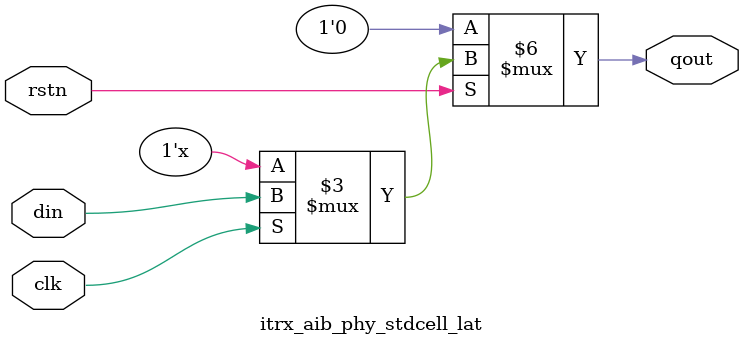
<source format=v>
module itrx_aib_phy_stdcell_lat (/*AUTOARG*/
   // Outputs
   qout,
   // Inputs
   din, clk, rstn
   );

input  din;
input  clk;
input  rstn;

output qout;

`ifdef TECH_IS_TSMC_16FFC

// Allow for different flavors (T0-Tn) as in <>defines.vh
//
`include "itrx_aib_phy_tech_defines.vh"

// Instantiate latch technology cell
//

//lint_checking NOTECH off
`LAT_CELL_T0
//lint_checking NOTECH on

`else // alternate synth model

  reg qout;
  always @ (clk or din or rstn) begin // Latch
    if (!rstn) begin
      qout <= 1'h0;
    end else begin
      if (clk) begin
//lint_checking LATINF off
        qout <= din;
//lint_checking LATINF on
      end
    end
  end

`endif

endmodule

</source>
